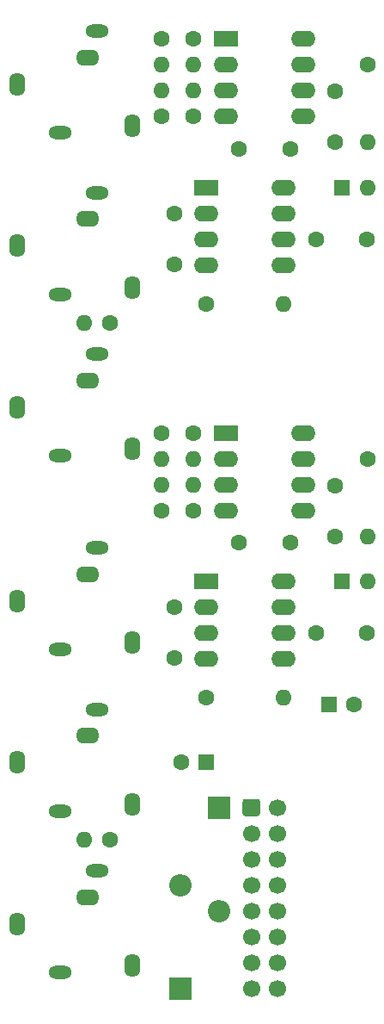
<source format=gbr>
G04 #@! TF.GenerationSoftware,KiCad,Pcbnew,(5.1.10)-1*
G04 #@! TF.CreationDate,2022-12-08T17:23:54+01:00*
G04 #@! TF.ProjectId,S&H Main,53264820-4d61-4696-9e2e-6b696361645f,rev?*
G04 #@! TF.SameCoordinates,Original*
G04 #@! TF.FileFunction,Soldermask,Bot*
G04 #@! TF.FilePolarity,Negative*
%FSLAX46Y46*%
G04 Gerber Fmt 4.6, Leading zero omitted, Abs format (unit mm)*
G04 Created by KiCad (PCBNEW (5.1.10)-1) date 2022-12-08 17:23:54*
%MOMM*%
%LPD*%
G01*
G04 APERTURE LIST*
%ADD10C,1.700000*%
%ADD11O,2.200000X2.200000*%
%ADD12R,2.200000X2.200000*%
%ADD13O,2.300000X1.300000*%
%ADD14O,2.300000X1.600000*%
%ADD15O,1.600000X2.300000*%
%ADD16O,1.600000X1.600000*%
%ADD17C,1.600000*%
%ADD18R,1.600000X1.600000*%
%ADD19O,2.400000X1.600000*%
%ADD20R,2.400000X1.600000*%
G04 APERTURE END LIST*
G04 #@! TO.C,J5*
G36*
G01*
X23915000Y-79340100D02*
X23915000Y-78139900D01*
G75*
G02*
X24164900Y-77890000I249900J0D01*
G01*
X25365100Y-77890000D01*
G75*
G02*
X25615000Y-78139900I0J-249900D01*
G01*
X25615000Y-79340100D01*
G75*
G02*
X25365100Y-79590000I-249900J0D01*
G01*
X24164900Y-79590000D01*
G75*
G02*
X23915000Y-79340100I0J249900D01*
G01*
G37*
D10*
X24765000Y-81280000D03*
X24765000Y-83820000D03*
X24765000Y-86360000D03*
X24765000Y-88900000D03*
X24765000Y-91440000D03*
X24765000Y-93980000D03*
X24765000Y-96520000D03*
X27305000Y-78740000D03*
X27305000Y-81280000D03*
X27305000Y-83820000D03*
X27305000Y-86360000D03*
X27305000Y-88900000D03*
X27305000Y-91440000D03*
X27305000Y-93980000D03*
X27305000Y-96520000D03*
G04 #@! TD*
D11*
G04 #@! TO.C,D4*
X17780000Y-86360000D03*
D12*
X17780000Y-96520000D03*
G04 #@! TD*
D11*
G04 #@! TO.C,D3*
X21590000Y-88900000D03*
D12*
X21590000Y-78740000D03*
G04 #@! TD*
D13*
G04 #@! TO.C,J7*
X5900000Y-44170000D03*
X9600000Y-34170000D03*
D14*
X8600000Y-36770000D03*
D15*
X13000000Y-43470000D03*
X1700000Y-39370000D03*
G04 #@! TD*
D13*
G04 #@! TO.C,J6*
X5900000Y-94970000D03*
X9600000Y-84970000D03*
D14*
X8600000Y-87570000D03*
D15*
X13000000Y-94270000D03*
X1700000Y-90170000D03*
G04 #@! TD*
D13*
G04 #@! TO.C,J4*
X5900000Y-28295000D03*
X9600000Y-18295000D03*
D14*
X8600000Y-20895000D03*
D15*
X13000000Y-27595000D03*
X1700000Y-23495000D03*
G04 #@! TD*
D13*
G04 #@! TO.C,J3*
X5900000Y-12420000D03*
X9600000Y-2420000D03*
D14*
X8600000Y-5020000D03*
D15*
X13000000Y-11720000D03*
X1700000Y-7620000D03*
G04 #@! TD*
D13*
G04 #@! TO.C,J2*
X5900000Y-79095000D03*
X9600000Y-69095000D03*
D14*
X8600000Y-71695000D03*
D15*
X13000000Y-78395000D03*
X1700000Y-74295000D03*
G04 #@! TD*
D13*
G04 #@! TO.C,J1*
X5900000Y-63220000D03*
X9600000Y-53220000D03*
D14*
X8600000Y-55820000D03*
D15*
X13000000Y-62520000D03*
X1700000Y-58420000D03*
G04 #@! TD*
D16*
G04 #@! TO.C,R1*
X8255000Y-81915000D03*
D17*
X10795000Y-81915000D03*
G04 #@! TD*
D16*
G04 #@! TO.C,D1*
X36195000Y-56515000D03*
D18*
X33655000Y-56515000D03*
G04 #@! TD*
D16*
G04 #@! TO.C,R8*
X19050000Y-44450000D03*
D17*
X19050000Y-41910000D03*
G04 #@! TD*
D16*
G04 #@! TO.C,R7*
X19050000Y-46990000D03*
D17*
X19050000Y-49530000D03*
G04 #@! TD*
D16*
G04 #@! TO.C,R5*
X15875000Y-44450000D03*
D17*
X15875000Y-41910000D03*
G04 #@! TD*
D16*
G04 #@! TO.C,R3*
X15875000Y-46990000D03*
D17*
X15875000Y-49530000D03*
G04 #@! TD*
D16*
G04 #@! TO.C,D2*
X36195000Y-17780000D03*
D18*
X33655000Y-17780000D03*
G04 #@! TD*
D16*
G04 #@! TO.C,R10*
X19050000Y-5715000D03*
D17*
X19050000Y-3175000D03*
G04 #@! TD*
D16*
G04 #@! TO.C,R9*
X19050000Y-8255000D03*
D17*
X19050000Y-10795000D03*
G04 #@! TD*
D16*
G04 #@! TO.C,R2*
X8255000Y-31115000D03*
D17*
X10795000Y-31115000D03*
G04 #@! TD*
D16*
G04 #@! TO.C,R6*
X15875000Y-5715000D03*
D17*
X15875000Y-3175000D03*
G04 #@! TD*
D16*
G04 #@! TO.C,R4*
X15875000Y-8255000D03*
D17*
X15875000Y-10795000D03*
G04 #@! TD*
D19*
G04 #@! TO.C,U4*
X29845000Y-3175000D03*
X22225000Y-10795000D03*
X29845000Y-5715000D03*
X22225000Y-8255000D03*
X29845000Y-8255000D03*
X22225000Y-5715000D03*
X29845000Y-10795000D03*
D20*
X22225000Y-3175000D03*
G04 #@! TD*
D19*
G04 #@! TO.C,U1*
X29845000Y-41910000D03*
X22225000Y-49530000D03*
X29845000Y-44450000D03*
X22225000Y-46990000D03*
X29845000Y-46990000D03*
X22225000Y-44450000D03*
X29845000Y-49530000D03*
D20*
X22225000Y-41910000D03*
G04 #@! TD*
D17*
G04 #@! TO.C,C10*
X17145000Y-25320000D03*
X17145000Y-20320000D03*
G04 #@! TD*
G04 #@! TO.C,C9*
X23575000Y-13970000D03*
X28575000Y-13970000D03*
G04 #@! TD*
G04 #@! TO.C,C8*
X17145000Y-64055000D03*
X17145000Y-59055000D03*
G04 #@! TD*
D19*
G04 #@! TO.C,U3*
X27940000Y-17780000D03*
X20320000Y-25400000D03*
X27940000Y-20320000D03*
X20320000Y-22860000D03*
X27940000Y-22860000D03*
X20320000Y-20320000D03*
X27940000Y-25400000D03*
D20*
X20320000Y-17780000D03*
G04 #@! TD*
D19*
G04 #@! TO.C,U2*
X27940000Y-56515000D03*
X20320000Y-64135000D03*
X27940000Y-59055000D03*
X20320000Y-61595000D03*
X27940000Y-61595000D03*
X20320000Y-59055000D03*
X27940000Y-64135000D03*
D20*
X20320000Y-56515000D03*
G04 #@! TD*
D16*
G04 #@! TO.C,R14*
X27940000Y-29210000D03*
D17*
X20320000Y-29210000D03*
G04 #@! TD*
D16*
G04 #@! TO.C,R13*
X27940000Y-67945000D03*
D17*
X20320000Y-67945000D03*
G04 #@! TD*
D16*
G04 #@! TO.C,R12*
X36195000Y-13335000D03*
D17*
X36195000Y-5715000D03*
G04 #@! TD*
D16*
G04 #@! TO.C,R11*
X36195000Y-52070000D03*
D17*
X36195000Y-44450000D03*
G04 #@! TD*
G04 #@! TO.C,C7*
X36115000Y-22860000D03*
X31115000Y-22860000D03*
G04 #@! TD*
G04 #@! TO.C,C6*
X36115000Y-61595000D03*
X31115000Y-61595000D03*
G04 #@! TD*
G04 #@! TO.C,C5*
X17820000Y-74295000D03*
D18*
X20320000Y-74295000D03*
G04 #@! TD*
D17*
G04 #@! TO.C,C4*
X34885000Y-68580000D03*
D18*
X32385000Y-68580000D03*
G04 #@! TD*
D17*
G04 #@! TO.C,C3*
X23575000Y-52705000D03*
X28575000Y-52705000D03*
G04 #@! TD*
G04 #@! TO.C,C2*
X33020000Y-8335000D03*
X33020000Y-13335000D03*
G04 #@! TD*
G04 #@! TO.C,C1*
X33020000Y-47070000D03*
X33020000Y-52070000D03*
G04 #@! TD*
M02*

</source>
